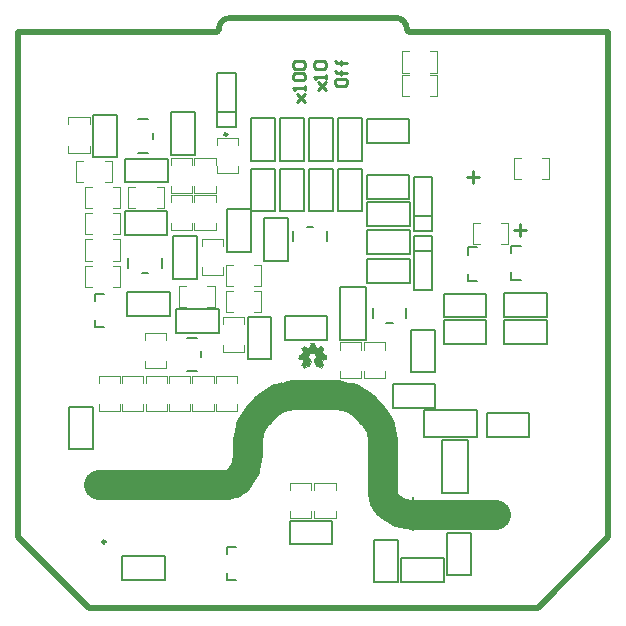
<source format=gto>
G04*
G04 #@! TF.GenerationSoftware,Altium Limited,CircuitStudio,1.5.2 (1.5.2.30)*
G04*
G04 Layer_Color=15065295*
%FSLAX44Y44*%
%MOMM*%
G71*
G01*
G75*
%ADD33C,0.2540*%
%ADD34C,0.5000*%
%ADD35C,0.2500*%
%ADD36C,2.5000*%
%ADD57C,0.0127*%
%ADD58C,0.1000*%
%ADD59C,0.2000*%
%ADD60C,0.2032*%
G36*
X433505Y574436D02*
X433541Y574351D01*
X433538Y574350D01*
X434072Y571563D01*
X434108Y571477D01*
X434165Y571453D01*
X434165Y571453D01*
X436500Y570486D01*
X436557Y570462D01*
X436643Y570498D01*
X436641Y570501D01*
X438990Y572094D01*
X439076Y572129D01*
X439191Y572081D01*
X439182Y572073D01*
X441199Y570073D01*
X441199Y570073D01*
X441247Y569958D01*
X441211Y569873D01*
X441209Y569874D01*
X439616Y567525D01*
X439580Y567439D01*
X439604Y567382D01*
X439604Y567382D01*
X440571Y565048D01*
X440595Y564990D01*
X440680Y564955D01*
X440681Y564958D01*
X443469Y564423D01*
X443554Y564388D01*
X443602Y564273D01*
X443602Y564273D01*
X443590D01*
X443602Y561432D01*
X443602Y561432D01*
X443554Y561318D01*
X443469Y561282D01*
X443468Y561285D01*
X440680Y560751D01*
X440595Y560715D01*
X440571Y560658D01*
X440571Y560658D01*
X439604Y558323D01*
X439580Y558266D01*
X439616Y558180D01*
X439618Y558182D01*
X441211Y555833D01*
X441247Y555747D01*
X441199Y555632D01*
X441199Y555632D01*
X441191Y555641D01*
X439191Y553624D01*
X439076Y553576D01*
X438990Y553612D01*
X438992Y553614D01*
X436643Y555207D01*
X436557Y555243D01*
X436500Y555219D01*
X435431Y554776D01*
X435373Y554753D01*
X435259Y554800D01*
X435235Y554858D01*
X433267Y559678D01*
X433243Y559735D01*
X433291Y559849D01*
X433343Y559871D01*
X433360Y559833D01*
X434337Y560486D01*
X435062Y561572D01*
X435317Y562853D01*
X435062Y564133D01*
X434337Y565219D01*
X433251Y565945D01*
X431970Y566199D01*
X430690Y565945D01*
X429604Y565219D01*
X428878Y564133D01*
X428624Y562853D01*
X428878Y561572D01*
X429604Y560486D01*
X430581Y559833D01*
X430598Y559871D01*
X430650Y559849D01*
X430698Y559735D01*
X430674Y559678D01*
X428706Y554858D01*
X428682Y554800D01*
X428567Y554753D01*
X428510Y554776D01*
Y554776D01*
X427441Y555219D01*
X427384Y555243D01*
X427298Y555207D01*
X427300Y555205D01*
X424951Y553612D01*
X424865Y553576D01*
X424750Y553624D01*
X424759Y553633D01*
X422742Y555632D01*
X422742Y555632D01*
X422694Y555747D01*
X422729Y555833D01*
X422732Y555831D01*
X424325Y558180D01*
X424361Y558266D01*
X424337Y558323D01*
Y558323D01*
X423370Y560658D01*
X423346Y560715D01*
X423260Y560751D01*
X423260Y560747D01*
X420472Y561282D01*
X420387Y561318D01*
X420339Y561432D01*
X420351D01*
X420339Y564273D01*
X420387Y564388D01*
X420472Y564423D01*
X420473Y564420D01*
X423260Y564955D01*
X423346Y564990D01*
X423370Y565048D01*
X423370D01*
X424337Y567382D01*
X424361Y567439D01*
X424325Y567525D01*
X424323Y567523D01*
X422729Y569873D01*
X422694Y569958D01*
X422742Y570073D01*
X422742Y570073D01*
X422750Y570064D01*
X424750Y572081D01*
X424865Y572129D01*
X424951Y572094D01*
X424949Y572091D01*
X427298Y570498D01*
X427384Y570462D01*
X427441Y570486D01*
X427441D01*
X429775Y571453D01*
X429833Y571477D01*
X429868Y571563D01*
X429865Y571563D01*
X430400Y574351D01*
X430435Y574436D01*
X430550Y574484D01*
Y574472D01*
X433391Y574484D01*
X433505Y574436D01*
D02*
G37*
D33*
X612500Y670117D02*
X602343D01*
X607422Y675196D02*
Y665039D01*
X418586Y778500D02*
X425250Y785164D01*
X421918Y781832D01*
X418586Y785164D01*
X425250Y778500D01*
Y788497D02*
Y791829D01*
Y790163D01*
X415253D01*
X416919Y788497D01*
Y796827D02*
X415253Y798493D01*
Y801826D01*
X416919Y803492D01*
X423584D01*
X425250Y801826D01*
Y798493D01*
X423584Y796827D01*
X416919D01*
Y806824D02*
X415253Y808490D01*
Y811822D01*
X416919Y813488D01*
X423584D01*
X425250Y811822D01*
Y808490D01*
X423584Y806824D01*
X416919D01*
X436460Y788497D02*
X443125Y795161D01*
X439793Y791829D01*
X436460Y795161D01*
X443125Y788497D01*
Y798493D02*
Y801826D01*
Y800160D01*
X433128D01*
X434794Y798493D01*
Y806824D02*
X433128Y808490D01*
Y811822D01*
X434794Y813488D01*
X441459D01*
X443125Y811822D01*
Y808490D01*
X441459Y806824D01*
X434794D01*
X451003Y796827D02*
Y793495D01*
X452669Y791829D01*
X459334D01*
X461000Y793495D01*
Y796827D01*
X459334Y798493D01*
X452669D01*
X451003Y796827D01*
X461000Y803492D02*
X452669D01*
X456002D01*
Y801826D01*
Y805158D01*
Y803492D01*
X452669D01*
X451003Y805158D01*
X461000Y811822D02*
X452669D01*
X456002D01*
Y810156D01*
Y813488D01*
Y811822D01*
X452669D01*
X451003Y813488D01*
X572500Y715117D02*
X562343D01*
X567422Y720196D02*
Y710039D01*
D34*
X350049Y837549D02*
G03*
X352549Y840049I0J2500D01*
G01*
X362549Y850049D02*
G03*
X352549Y840049I0J-10000D01*
G01*
X512000D02*
G03*
X514500Y837549I2500J0D01*
G01*
X512000Y840049D02*
G03*
X502000Y850049I-10000J0D01*
G01*
X362549D02*
X502000D01*
X667500Y837549D02*
X682500D01*
X514500D02*
X667500D01*
X182500Y837500D02*
X350049D01*
X682500Y410000D02*
Y837549D01*
X622600Y350100D02*
X682500Y410000D01*
X182500D02*
Y837500D01*
X242400Y350100D02*
X622600D01*
X182500Y410000D02*
X242400Y350100D01*
D35*
X256650Y406250D02*
G03*
X256650Y406250I-1250J0D01*
G01*
X359750Y751250D02*
G03*
X359750Y751250I-1250J0D01*
G01*
D36*
X359439Y454150D02*
G03*
X368420Y457870I0J12700D01*
G01*
D02*
G03*
X377400Y479550I-21680J21680D01*
G01*
X386380Y513930D02*
G03*
X377400Y492250I21680J-21680D01*
G01*
X415500Y530350D02*
G03*
X393820Y521370I0J-30661D01*
G01*
X475280D02*
G03*
X453600Y530350I-21680J-21680D01*
G01*
X491700Y492250D02*
G03*
X482720Y513930I-30661J0D01*
G01*
X491700Y446711D02*
G03*
X495420Y437730I12700J0D01*
G01*
D02*
G03*
X517100Y428750I21680J21680D01*
G01*
X251000Y454150D02*
X359439D01*
X377400Y479550D02*
Y492250D01*
X386380Y513930D02*
X393820Y521370D01*
X415500Y530350D02*
X453600D01*
X475280Y521370D02*
X482720Y513930D01*
X491700Y446711D02*
Y492250D01*
X517100Y428750D02*
X587250D01*
D57*
X433343Y559871D02*
G03*
X430598Y559871I-1372J2982D01*
G01*
X430674Y559678D02*
G03*
X430598Y559871I-139J57D01*
G01*
X428510Y554776D02*
G03*
X428706Y554858I57J139D01*
G01*
X427441Y555219D02*
G03*
X427300Y555205I-57J-139D01*
G01*
X422732Y555831D02*
G03*
X422750Y555641I124J-84D01*
G01*
X424323Y558182D02*
G03*
X424337Y558323I-124J84D01*
G01*
X423370Y560658D02*
G03*
X423260Y560747I-139J-57D01*
G01*
X420351Y561432D02*
G03*
X420473Y561285I150J0D01*
G01*
Y564420D02*
G03*
X420351Y564273I28J-147D01*
G01*
X423260Y564958D02*
G03*
X423370Y565048I-28J147D01*
G01*
X424337Y567382D02*
G03*
X424323Y567523I-139J57D01*
G01*
X422750Y570064D02*
G03*
X422732Y569874I106J-106D01*
G01*
X424949Y572091D02*
G03*
X424759Y572073I-84J-124D01*
G01*
X427300Y570501D02*
G03*
X427441Y570486I84J124D01*
G01*
X429775Y571453D02*
G03*
X429865Y571563I-57J139D01*
G01*
X430550Y574472D02*
G03*
X430403Y574350I0J-150D01*
G01*
X433538D02*
G03*
X433391Y574472I-147J-28D01*
G01*
X434076Y571563D02*
G03*
X434165Y571453I147J28D01*
G01*
X436500Y570486D02*
G03*
X436641Y570501I57J139D01*
G01*
X439182Y572073D02*
G03*
X438992Y572091I-106J-106D01*
G01*
X441209Y569874D02*
G03*
X441191Y570064I-124J84D01*
G01*
X439618Y567523D02*
G03*
X439604Y567382I124J-84D01*
G01*
X440571Y565048D02*
G03*
X440681Y564958I139J57D01*
G01*
X443590Y564273D02*
G03*
X443468Y564420I-150J0D01*
G01*
Y561285D02*
G03*
X443590Y561432I-28J147D01*
G01*
X440681Y560747D02*
G03*
X440571Y560658I28J-147D01*
G01*
X439604Y558323D02*
G03*
X439618Y558182I139J-57D01*
G01*
X441191Y555641D02*
G03*
X441209Y555831I-106J106D01*
G01*
X436641Y555205D02*
G03*
X436500Y555219I-84J-124D01*
G01*
X435235Y554858D02*
G03*
X435431Y554776I139J57D01*
G01*
X433343Y559871D02*
G03*
X433267Y559678I63J-136D01*
G01*
X424759Y553633D02*
G03*
X424949Y553614I106J106D01*
G01*
X438992D02*
G03*
X439182Y553633I84J124D01*
G01*
X428706Y554858D02*
X430674Y559678D01*
X427441Y555219D02*
X428510Y554776D01*
X424949Y553614D02*
X427300Y555205D01*
X422750Y555641D02*
X424759Y553633D01*
X422732Y555831D02*
X424323Y558182D01*
X423370Y560658D02*
X424337Y558323D01*
X420473Y561285D02*
X423260Y560747D01*
X420351Y561432D02*
Y564273D01*
X420473Y564420D02*
X423260Y564958D01*
X423370Y565048D02*
X424337Y567382D01*
X422732Y569874D02*
X424323Y567523D01*
X422750Y570064D02*
X424759Y572073D01*
X424949Y572091D02*
X427300Y570501D01*
X427441Y570486D02*
X429775Y571453D01*
X429865Y571563D02*
X430403Y574350D01*
X430550Y574472D02*
X433391D01*
X433538Y574350D02*
X434076Y571563D01*
X434165Y571453D02*
X436500Y570486D01*
X436641Y570501D02*
X438992Y572091D01*
X439182Y572073D02*
X441191Y570064D01*
X439618Y567523D02*
X441209Y569874D01*
X439604Y567382D02*
X440571Y565048D01*
X440681Y564958D02*
X443468Y564420D01*
X443590Y561432D02*
Y564273D01*
X440681Y560747D02*
X443468Y561285D01*
X439604Y558323D02*
X440571Y560658D01*
X439618Y558182D02*
X441209Y555831D01*
X439182Y553633D02*
X441191Y555641D01*
X436641Y555205D02*
X438992Y553614D01*
X435431Y554776D02*
X436500Y555219D01*
X433267Y559678D02*
X435235Y554858D01*
D58*
X626500Y713500D02*
X632500D01*
Y731500D01*
X626500D02*
X632500D01*
X602500Y713500D02*
X608500D01*
X602500D02*
Y731500D01*
X608500D01*
X567500Y676500D02*
X573500D01*
X567500Y658500D02*
Y676500D01*
Y658500D02*
X573500D01*
X591500Y676500D02*
X597500D01*
Y658500D02*
Y676500D01*
X591500Y658500D02*
X597500D01*
X368000Y540750D02*
Y546750D01*
X350000D02*
X368000D01*
X350000Y540750D02*
Y546750D01*
X368000Y516750D02*
Y522750D01*
X350000Y516750D02*
X368000D01*
X350000D02*
Y522750D01*
X269000Y540750D02*
Y546750D01*
X251000D02*
X269000D01*
X251000Y540750D02*
Y546750D01*
X269000Y516750D02*
Y522750D01*
X251000Y516750D02*
X269000D01*
X251000D02*
Y522750D01*
X348200Y540750D02*
Y546750D01*
X330200D02*
X348200D01*
X330200Y540750D02*
Y546750D01*
X348200Y516750D02*
Y522750D01*
X330200Y516750D02*
X348200D01*
X330200D02*
Y522750D01*
X300000Y689000D02*
X306000D01*
Y707000D01*
X300000D02*
X306000D01*
X276000Y689000D02*
X282000D01*
X276000D02*
Y707000D01*
X282000D01*
X288800Y540750D02*
Y546750D01*
X270800D02*
X288800D01*
X270800Y540750D02*
Y546750D01*
X288800Y516750D02*
Y522750D01*
X270800Y516750D02*
X288800D01*
X270800D02*
Y522750D01*
X493249Y569000D02*
Y575000D01*
X475249D02*
X493249D01*
X475249Y569000D02*
Y575000D01*
X493249Y545000D02*
Y551000D01*
X475249Y545000D02*
X493249D01*
X475249D02*
Y551000D01*
X473250Y569000D02*
Y575000D01*
X455250D02*
X473250D01*
X455250Y569000D02*
Y575000D01*
X473250Y545000D02*
Y551000D01*
X455250Y545000D02*
X473250D01*
X455250D02*
Y551000D01*
X263000Y622000D02*
X269000D01*
Y640000D01*
X263000D02*
X269000D01*
X239000Y622000D02*
X245000D01*
X239000D02*
Y640000D01*
X245000D01*
X263000Y666667D02*
X269000D01*
Y684667D01*
X263000D02*
X269000D01*
X239000Y666667D02*
X245000D01*
X239000D02*
Y684667D01*
X245000D01*
X308000Y577000D02*
Y583000D01*
X290000D02*
X308000D01*
X290000Y577000D02*
Y583000D01*
X308000Y553000D02*
Y559000D01*
X290000Y553000D02*
X308000D01*
X290000D02*
Y559000D01*
X433500Y426000D02*
Y432000D01*
Y426000D02*
X451500D01*
Y432000D01*
X433500Y450000D02*
Y456000D01*
X451500D01*
Y450000D02*
Y456000D01*
X312000Y670000D02*
Y676000D01*
Y670000D02*
X330000D01*
Y676000D01*
X312000Y694000D02*
Y700000D01*
X330000D01*
Y694000D02*
Y700000D01*
X328400Y540750D02*
Y546750D01*
X310400D02*
X328400D01*
X310400Y540750D02*
Y546750D01*
X328400Y516750D02*
Y522750D01*
X310400Y516750D02*
X328400D01*
X310400D02*
Y522750D01*
X330000Y725500D02*
Y731500D01*
X312000D02*
X330000D01*
X312000Y725500D02*
Y731500D01*
X330000Y701500D02*
Y707500D01*
X312000Y701500D02*
X330000D01*
X312000D02*
Y707500D01*
X263000Y689000D02*
X269000D01*
Y707000D01*
X263000D02*
X269000D01*
X239000Y689000D02*
X245000D01*
X239000D02*
Y707000D01*
X245000D01*
X350000Y725500D02*
Y731500D01*
X332000D02*
X350000D01*
X332000Y725500D02*
Y731500D01*
X350000Y701500D02*
Y707500D01*
X332000Y701500D02*
X350000D01*
X332000D02*
Y707500D01*
X374000Y591000D02*
Y597000D01*
X356000D02*
X374000D01*
X356000Y591000D02*
Y597000D01*
X374000Y567000D02*
Y573000D01*
X356000Y567000D02*
X374000D01*
X356000D02*
Y573000D01*
X308600Y540750D02*
Y546750D01*
X290600D02*
X308600D01*
X290600Y540750D02*
Y546750D01*
X308600Y516750D02*
Y522750D01*
X290600Y516750D02*
X308600D01*
X290600D02*
Y522750D01*
X412500Y426000D02*
Y432000D01*
Y426000D02*
X430500D01*
Y432000D01*
X412500Y450000D02*
Y456000D01*
X430500D01*
Y450000D02*
Y456000D01*
X351000Y718098D02*
Y724098D01*
Y718098D02*
X369000D01*
Y724098D01*
X351000Y742098D02*
Y748098D01*
X369000D01*
Y742098D02*
Y748098D01*
X507500Y821500D02*
X513500D01*
X507500Y803500D02*
Y821500D01*
Y803500D02*
X513500D01*
X531500Y821500D02*
X537500D01*
Y803500D02*
Y821500D01*
X531500Y803500D02*
X537500D01*
X263000Y644333D02*
X269000D01*
Y662333D01*
X263000D02*
X269000D01*
X239000Y644333D02*
X245000D01*
X239000D02*
Y662333D01*
X245000D01*
X232049Y728790D02*
X238049D01*
X232049Y710790D02*
Y728790D01*
Y710790D02*
X238049D01*
X256049Y728790D02*
X262049D01*
Y710790D02*
Y728790D01*
X256049Y710790D02*
X262049D01*
X332000Y670000D02*
Y676000D01*
Y670000D02*
X350000D01*
Y676000D01*
X332000Y694000D02*
Y700000D01*
X350000D01*
Y694000D02*
Y700000D01*
X507500Y801500D02*
X513500D01*
X507500Y783500D02*
Y801500D01*
Y783500D02*
X513500D01*
X531500Y801500D02*
X537500D01*
Y783500D02*
Y801500D01*
X531500Y783500D02*
X537500D01*
X358500Y619000D02*
X364500D01*
X358500Y601000D02*
Y619000D01*
Y601000D02*
X364500D01*
X382500Y619000D02*
X388500D01*
Y601000D02*
Y619000D01*
X382500Y601000D02*
X388500D01*
X382500Y623000D02*
X388500D01*
Y641000D01*
X382500D02*
X388500D01*
X358500Y623000D02*
X364500D01*
X358500D02*
Y641000D01*
X364500D01*
X343000Y605000D02*
X349000D01*
Y623000D01*
X343000D02*
X349000D01*
X319000Y605000D02*
X325000D01*
X319000D02*
Y623000D01*
X325000D01*
X243250Y759750D02*
Y765750D01*
X225250D02*
X243250D01*
X225250Y759750D02*
Y765750D01*
X243250Y735750D02*
Y741750D01*
X225250Y735750D02*
X243250D01*
X225250D02*
Y741750D01*
X356000Y656500D02*
Y662500D01*
X338000D02*
X356000D01*
X338000Y656500D02*
Y662500D01*
X356000Y632500D02*
Y638500D01*
X338000Y632500D02*
X356000D01*
X338000D02*
Y638500D01*
D59*
X412750Y404000D02*
X448750D01*
X412750D02*
Y424000D01*
X448750D01*
Y404000D02*
Y424000D01*
X428860Y728676D02*
Y764744D01*
X449180Y728676D02*
Y764744D01*
X428860Y728676D02*
X449180D01*
X428860Y764744D02*
X449180D01*
X453437Y728676D02*
Y764744D01*
X473757Y728676D02*
Y764744D01*
X453437Y728676D02*
X473757D01*
X453437Y764744D02*
X473757D01*
X404283Y728676D02*
Y764744D01*
X424603Y728676D02*
Y764744D01*
X404283Y728676D02*
X424603D01*
X404283Y764744D02*
X424603D01*
X379707Y728676D02*
Y764744D01*
X400027Y728676D02*
Y764744D01*
X379707Y728676D02*
X400027D01*
X379707Y764744D02*
X400027D01*
X579466Y494840D02*
X615534D01*
X579466Y515160D02*
X615534D01*
Y494840D02*
Y515160D01*
X579466Y494840D02*
Y515160D01*
X594500Y594000D02*
X630500D01*
Y574000D02*
Y594000D01*
X594500Y574000D02*
X630500D01*
X594500D02*
Y594000D01*
X594466Y616570D02*
X630534D01*
X594466Y596250D02*
X630534D01*
X594466D02*
Y616570D01*
X630534Y596250D02*
Y616570D01*
X449180Y686176D02*
Y722244D01*
X428860Y686176D02*
Y722244D01*
X449180D01*
X428860Y686176D02*
X449180D01*
X473757D02*
Y722244D01*
X453437Y686176D02*
Y722244D01*
X473757D01*
X453437Y686176D02*
X473757D01*
X424603D02*
Y722244D01*
X404283Y686176D02*
Y722244D01*
X424603D01*
X404283Y686176D02*
X424603D01*
X400027D02*
Y722244D01*
X379707Y686176D02*
Y722244D01*
X400027D01*
X379707Y686176D02*
X400027D01*
X477966Y764410D02*
X514034D01*
X477966Y744090D02*
X514034D01*
X477966D02*
Y764410D01*
X514034Y744090D02*
Y764410D01*
X477716Y696840D02*
X513784D01*
X477716Y717160D02*
X513784D01*
Y696840D02*
Y717160D01*
X477716Y696840D02*
Y717160D01*
X273000Y666000D02*
X309000D01*
X273000D02*
Y686000D01*
X309000D01*
Y666000D02*
Y686000D01*
X316750Y583000D02*
Y603000D01*
Y583000D02*
X352750D01*
Y603000D01*
X316750D02*
X352750D01*
X377000Y597000D02*
X397000D01*
X377000Y561000D02*
Y597000D01*
Y561000D02*
X397000D01*
Y597000D01*
X517500Y652250D02*
X533500D01*
X517500Y619250D02*
Y634450D01*
Y619250D02*
X533500D01*
Y634450D01*
X517500Y665250D02*
X533500D01*
X517500Y650050D02*
Y665250D01*
X533500Y650050D02*
Y665250D01*
Y634450D02*
Y650050D01*
X517500Y634450D02*
Y650050D01*
X517500Y682000D02*
X533500D01*
Y699800D02*
Y715000D01*
X517500D02*
X533500D01*
X517500Y699800D02*
Y715000D01*
Y669000D02*
X533500D01*
Y684200D01*
X517500Y669000D02*
Y684200D01*
Y699800D01*
X533500Y684200D02*
Y699800D01*
X546000Y414000D02*
X566000D01*
X546000Y378000D02*
Y414000D01*
Y378000D02*
X566000D01*
Y414000D01*
X541750Y447250D02*
Y492750D01*
Y447250D02*
X564000D01*
Y492750D01*
X541750D02*
X564000D01*
X526000Y517500D02*
X571500D01*
X526000Y495250D02*
Y517500D01*
Y495250D02*
X571500D01*
Y517500D01*
X514284Y625740D02*
Y646060D01*
X478216Y625740D02*
Y646060D01*
Y625740D02*
X514284D01*
X478216Y646060D02*
X514284D01*
X455250Y576900D02*
Y622400D01*
Y576900D02*
X477500D01*
Y622400D01*
X455250D02*
X477500D01*
X515090Y585684D02*
X535410D01*
X515090Y549616D02*
X535410D01*
Y585684D01*
X515090Y549616D02*
Y585684D01*
X579250Y574000D02*
Y594000D01*
X543250D02*
X579250D01*
X543250Y574000D02*
Y594000D01*
Y574000D02*
X579250D01*
X579000Y596250D02*
Y616250D01*
X543000D02*
X579000D01*
X543000Y596250D02*
Y616250D01*
Y596250D02*
X579000D01*
X246500Y768000D02*
X266500D01*
X246500Y732000D02*
Y768000D01*
Y732000D02*
X266500D01*
Y768000D01*
X225750Y484750D02*
X245750D01*
Y520750D01*
X225750D02*
X245750D01*
X225750Y484750D02*
Y520750D01*
X307000Y373840D02*
Y393840D01*
X271000D02*
X307000D01*
X271000Y373840D02*
Y393840D01*
Y373840D02*
X307000D01*
X517000Y416000D02*
Y444000D01*
X483840Y371966D02*
X504160D01*
X483840Y408034D02*
X504160D01*
X483840Y371966D02*
Y408034D01*
X504160Y371966D02*
Y408034D01*
X514284Y649790D02*
Y670110D01*
X478216Y649790D02*
Y670110D01*
Y649790D02*
X514284D01*
X478216Y670110D02*
X514284D01*
X351500Y770250D02*
X367500D01*
Y788050D02*
Y803250D01*
X351500D02*
X367500D01*
X351500Y788050D02*
Y803250D01*
Y757250D02*
X367500D01*
Y772450D01*
X351500Y757250D02*
Y772450D01*
Y788050D01*
X367500Y772450D02*
Y788050D01*
X543034Y371840D02*
Y392160D01*
X506966Y371840D02*
Y392160D01*
Y371840D02*
X543034D01*
X506966Y392160D02*
X543034D01*
X535784Y519840D02*
Y540160D01*
X499716Y519840D02*
Y540160D01*
Y519840D02*
X535784D01*
X499716Y540160D02*
X535784D01*
X514284Y673840D02*
Y694160D01*
X478216Y673840D02*
Y694160D01*
Y673840D02*
X514284D01*
X478216Y694160D02*
X514284D01*
X273430Y710730D02*
Y730730D01*
Y710730D02*
X309430D01*
Y730730D01*
X273430D02*
X309430D01*
X275000Y597500D02*
Y617500D01*
Y597500D02*
X311000D01*
Y617500D01*
X275000D02*
X311000D01*
X312500Y734000D02*
X332500D01*
Y770000D01*
X312500D02*
X332500D01*
X312500Y734000D02*
Y770000D01*
X391000Y644000D02*
X411000D01*
Y680000D01*
X391000D02*
X411000D01*
X391000Y644000D02*
Y680000D01*
X408500Y577500D02*
Y597500D01*
Y577500D02*
X444500D01*
Y597500D01*
X408500D02*
X444500D01*
X314000Y665000D02*
X334000D01*
X314000Y629000D02*
Y665000D01*
Y629000D02*
X334000D01*
Y665000D01*
X359500Y652000D02*
X379500D01*
Y688000D01*
X359500D02*
X379500D01*
X359500Y652000D02*
Y688000D01*
D60*
X275776Y637705D02*
Y646295D01*
X304224Y637705D02*
Y646295D01*
X287315Y633895D02*
X292684D01*
X359476Y373924D02*
Y379924D01*
Y373924D02*
X367588D01*
X359476Y396052D02*
Y402148D01*
X367588D01*
X599992Y628331D02*
Y634331D01*
Y628331D02*
X608104D01*
X599992Y650459D02*
Y656555D01*
X608104D01*
X284455Y735776D02*
X293045D01*
X284455Y764224D02*
X293045D01*
X296855Y747315D02*
Y752685D01*
X325455Y550776D02*
X334045D01*
X325455Y579224D02*
X334045D01*
X337855Y562315D02*
Y567685D01*
X483026Y595355D02*
Y603945D01*
X511474Y595355D02*
Y603945D01*
X494565Y591545D02*
X499935D01*
X247476Y587924D02*
Y593924D01*
Y587924D02*
X255588D01*
X247476Y610052D02*
Y616148D01*
X255588D01*
X563242Y655555D02*
X571354D01*
X563242Y649459D02*
Y655555D01*
Y627331D02*
X571354D01*
X563242D02*
Y633331D01*
X427315Y673105D02*
X432685D01*
X415776Y660705D02*
Y669295D01*
X444224Y660705D02*
Y669295D01*
M02*

</source>
